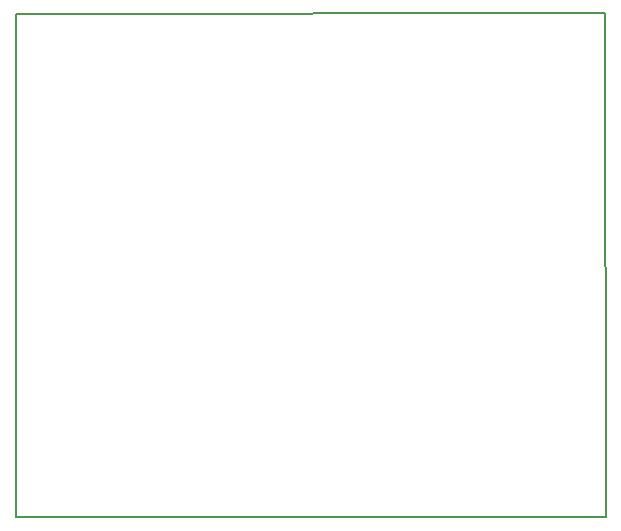
<source format=gbr>
G04 #@! TF.GenerationSoftware,KiCad,Pcbnew,(5.0.0)*
G04 #@! TF.CreationDate,2020-03-24T20:16:55+11:00*
G04 #@! TF.ProjectId,DAQ Board,44415120426F6172642E6B696361645F,rev?*
G04 #@! TF.SameCoordinates,Original*
G04 #@! TF.FileFunction,Profile,NP*
%FSLAX46Y46*%
G04 Gerber Fmt 4.6, Leading zero omitted, Abs format (unit mm)*
G04 Created by KiCad (PCBNEW (5.0.0)) date 03/24/20 20:16:55*
%MOMM*%
%LPD*%
G01*
G04 APERTURE LIST*
%ADD10C,0.150000*%
G04 APERTURE END LIST*
D10*
X76660000Y-79010000D02*
X126580000Y-78980000D01*
X76680000Y-121670000D02*
X76660000Y-79010000D01*
X126610000Y-121660000D02*
X76680000Y-121670000D01*
X126580000Y-78980000D02*
X126610000Y-121660000D01*
M02*

</source>
